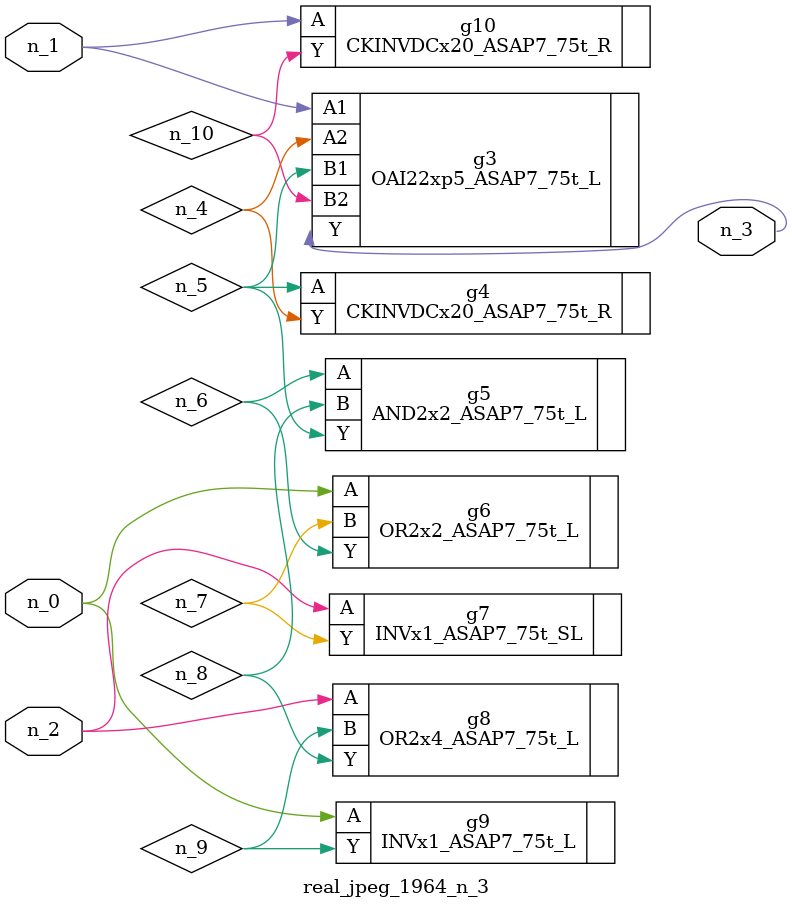
<source format=v>
module real_jpeg_1964_n_3 (n_1, n_0, n_2, n_3);

input n_1;
input n_0;
input n_2;

output n_3;

wire n_5;
wire n_4;
wire n_8;
wire n_6;
wire n_7;
wire n_10;
wire n_9;

OR2x2_ASAP7_75t_L g6 ( 
.A(n_0),
.B(n_7),
.Y(n_6)
);

INVx1_ASAP7_75t_L g9 ( 
.A(n_0),
.Y(n_9)
);

OAI22xp5_ASAP7_75t_L g3 ( 
.A1(n_1),
.A2(n_4),
.B1(n_5),
.B2(n_10),
.Y(n_3)
);

CKINVDCx20_ASAP7_75t_R g10 ( 
.A(n_1),
.Y(n_10)
);

INVx1_ASAP7_75t_SL g7 ( 
.A(n_2),
.Y(n_7)
);

OR2x4_ASAP7_75t_L g8 ( 
.A(n_2),
.B(n_9),
.Y(n_8)
);

CKINVDCx20_ASAP7_75t_R g4 ( 
.A(n_5),
.Y(n_4)
);

AND2x2_ASAP7_75t_L g5 ( 
.A(n_6),
.B(n_8),
.Y(n_5)
);


endmodule
</source>
